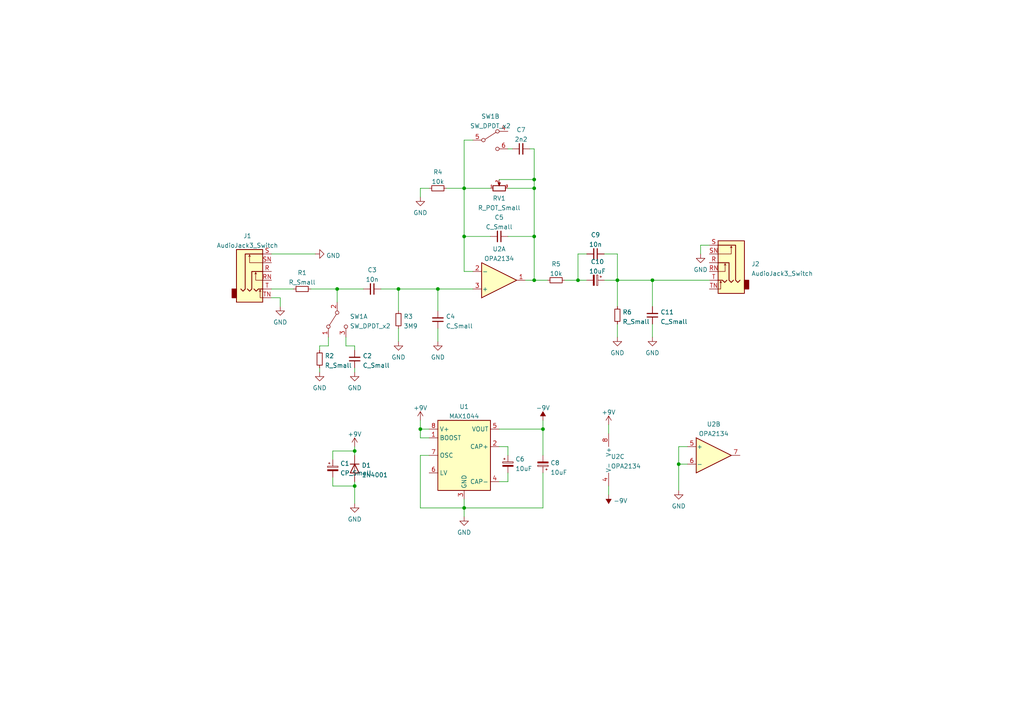
<source format=kicad_sch>
(kicad_sch (version 20211123) (generator eeschema)
  (paper "A4")
  (lib_symbols
    (symbol "Amplifier_Operational:OPA2134" (pin_names (offset 0.127))
      (property "Reference" "U" (at 0 5.08 0))
      (property "Value" "OPA2134" (at 0 -5.08 0))
      (symbol "OPA2134_1_1"
        (polyline (pts (xy -5.08 5.08) (xy 5.08 0) (xy -5.08 -5.08) (xy -5.08 5.08)) (stroke (width 0.254)) (fill (type background)))
        (pin output line (at 7.62 0 180) (length 2.54) (name "~") (number "1"))
        (pin input line (at -7.62 -2.54 0) (length 2.54) (name "-") (number "2"))
        (pin input line (at -7.62 2.54 0) (length 2.54) (name "+") (number "3"))
      )
      (symbol "OPA2134_2_1"
        (polyline (pts (xy -5.08 5.08) (xy 5.08 0) (xy -5.08 -5.08) (xy -5.08 5.08)) (stroke (width 0.254)) (fill (type background)))
        (pin input line (at -7.62 2.54 0) (length 2.54) (name "+") (number "5"))
        (pin input line (at -7.62 -2.54 0) (length 2.54) (name "-") (number "6"))
        (pin output line (at 7.62 0 180) (length 2.54) (name "~") (number "7"))
      )
      (symbol "OPA2134_3_1"
        (pin power_in line (at -2.54 -7.62 90) (length 3.81) (name "V-") (number "4"))
        (pin power_in line (at -2.54 7.62 270) (length 3.81) (name "V+") (number "8"))
      )
    )
    (symbol "Connector:AudioJack3_Switch"
      (property "Reference" "J" (at 0 11.43 0))
      (property "Value" "AudioJack3_Switch" (at 0 8.89 0))
      (symbol "AudioJack3_Switch_0_1"
        (rectangle (start -5.08 -5.08) (end -6.35 -7.62) (stroke (width 0.254)) (fill (type outline)))
        (polyline (pts (xy -1.27 4.826) (xy -1.016 4.318)))
        (polyline (pts (xy 0.508 -0.254) (xy 0.762 -0.762)))
        (polyline (pts (xy 1.778 -5.334) (xy 2.032 -5.842)))
        (polyline (pts (xy 0 -5.08) (xy 0.635 -5.715) (xy 1.27 -5.08) (xy 2.54 -5.08)) (stroke (width 0.254)))
        (polyline (pts (xy 2.54 -7.62) (xy 1.778 -7.62) (xy 1.778 -5.334) (xy 1.524 -5.842)))
        (polyline (pts (xy 2.54 -2.54) (xy 0.508 -2.54) (xy 0.508 -0.254) (xy 0.254 -0.762)))
        (polyline (pts (xy 2.54 2.54) (xy -1.27 2.54) (xy -1.27 4.826) (xy -1.524 4.318)))
        (polyline (pts (xy -1.905 -5.08) (xy -1.27 -5.715) (xy -0.635 -5.08) (xy -0.635 0) (xy 2.54 0)) (stroke (width 0.254)))
        (polyline (pts (xy 2.54 5.08) (xy -2.54 5.08) (xy -2.54 -5.08) (xy -3.175 -5.715) (xy -3.81 -5.08)) (stroke (width 0.254)))
        (rectangle (start 2.54 6.35) (end -5.08 -8.89) (stroke (width 0.254)) (fill (type background)))
      )
      (symbol "AudioJack3_Switch_1_1"
        (pin passive line (at 5.08 0 180) (length 2.54) (name "~") (number "R"))
        (pin passive line (at 5.08 -2.54 180) (length 2.54) (name "~") (number "RN"))
        (pin passive line (at 5.08 5.08 180) (length 2.54) (name "~") (number "S"))
        (pin passive line (at 5.08 2.54 180) (length 2.54) (name "~") (number "SN"))
        (pin passive line (at 5.08 -5.08 180) (length 2.54) (name "~") (number "T"))
        (pin passive line (at 5.08 -7.62 180) (length 2.54) (name "~") (number "TN"))
      )
    )
    (symbol "Device:CP_Small" (pin_numbers hide) (pin_names (offset 0.254) hide)
      (property "Reference" "C" (at 0.254 1.778 0))
      (property "Value" "CP_Small" (at 0.254 -2.032 0))
      (symbol "CP_Small_0_1"
        (rectangle (start -1.524 -0.3048) (end 1.524 -0.6858) (fill (type outline)))
        (rectangle (start -1.524 0.6858) (end 1.524 0.3048))
        (polyline (pts (xy -1.27 1.524) (xy -0.762 1.524)))
        (polyline (pts (xy -1.016 1.27) (xy -1.016 1.778)))
      )
      (symbol "CP_Small_1_1"
        (pin passive line (at 0 2.54 270) (length 1.8542) (name "~") (number "1"))
        (pin passive line (at 0 -2.54 90) (length 1.8542) (name "~") (number "2"))
      )
    )
    (symbol "Device:C_Small" (pin_numbers hide) (pin_names (offset 0.254) hide)
      (property "Reference" "C" (at 0.254 1.778 0))
      (property "Value" "C_Small" (at 0.254 -2.032 0))
      (symbol "C_Small_0_1"
        (polyline (pts (xy -1.524 -0.508) (xy 1.524 -0.508)) (stroke (width 0.3302)))
        (polyline (pts (xy -1.524 0.508) (xy 1.524 0.508)) (stroke (width 0.3048)))
      )
      (symbol "C_Small_1_1"
        (pin passive line (at 0 2.54 270) (length 2.032) (name "~") (number "1"))
        (pin passive line (at 0 -2.54 90) (length 2.032) (name "~") (number "2"))
      )
    )
    (symbol "Device:R_POT_Small" (pin_names (offset 1.016) hide)
      (property "Reference" "RV" (at -4.445 0 90))
      (property "Value" "R_POT_Small" (at -2.54 0 90))
      (symbol "R_POT_Small_0_1"
        (polyline (pts (xy 0.889 0) (xy 0.635 0) (xy 1.651 0.381) (xy 1.651 -0.381) (xy 0.635 0) (xy 0.889 0)) (fill (type outline)))
        (rectangle (start 0.762 1.8034) (end -0.762 -1.8034) (stroke (width 0.254)))
      )
      (symbol "R_POT_Small_1_1"
        (pin passive line (at 0 2.54 270) (length 0.635) (name "1") (number "1"))
        (pin passive line (at 2.54 0 180) (length 0.9906) (name "2") (number "2"))
        (pin passive line (at 0 -2.54 90) (length 0.635) (name "3") (number "3"))
      )
    )
    (symbol "Device:R_Small" (pin_numbers hide) (pin_names (offset 0.254) hide)
      (property "Reference" "R" (at 0.762 0.508 0))
      (property "Value" "R_Small" (at 0.762 -1.016 0))
      (symbol "R_Small_0_1"
        (rectangle (start -0.762 1.778) (end 0.762 -1.778) (stroke (width 0.2032)))
      )
      (symbol "R_Small_1_1"
        (pin passive line (at 0 2.54 270) (length 0.762) (name "~") (number "1"))
        (pin passive line (at 0 -2.54 90) (length 0.762) (name "~") (number "2"))
      )
    )
    (symbol "Diode:1N4001" (pin_numbers hide) (pin_names (offset 1.016) hide)
      (property "Reference" "D" (at 0 2.54 0))
      (property "Value" "1N4001" (at 0 -2.54 0))
      (symbol "1N4001_0_1"
        (polyline (pts (xy -1.27 1.27) (xy -1.27 -1.27)) (stroke (width 0.254)))
        (polyline (pts (xy 1.27 0) (xy -1.27 0)))
        (polyline (pts (xy 1.27 1.27) (xy 1.27 -1.27) (xy -1.27 0) (xy 1.27 1.27)) (stroke (width 0.254)))
      )
      (symbol "1N4001_1_1"
        (pin passive line (at -3.81 0 0) (length 2.54) (name "K") (number "1"))
        (pin passive line (at 3.81 0 180) (length 2.54) (name "A") (number "2"))
      )
    )
    (symbol "Regulator_SwitchedCapacitor:MAX1044"
      (property "Reference" "U1" (at 0 14.1265 0))
      (property "Value" "MAX1044" (at 0 11.3514 0))
      (symbol "MAX1044_0_1"
        (rectangle (start -7.62 10.16) (end 7.62 -10.16) (stroke (width 0.254)) (fill (type background)))
      )
      (symbol "MAX1044_1_1"
        (pin input line (at -10.16 5.08 0) (length 2.54) (name "BOOST") (number "1"))
        (pin input line (at 10.16 2.54 180) (length 2.54) (name "CAP+") (number "2"))
        (pin power_in line (at 0 -12.7 90) (length 2.54) (name "GND") (number "3"))
        (pin input line (at 10.16 -7.62 180) (length 2.54) (name "CAP-") (number "4"))
        (pin power_out line (at 10.16 7.62 180) (length 2.54) (name "VOUT") (number "5"))
        (pin input line (at -10.16 -5.08 0) (length 2.54) (name "LV") (number "6"))
        (pin input line (at -10.16 0 0) (length 2.54) (name "OSC") (number "7"))
        (pin power_in line (at -10.16 7.62 0) (length 2.54) (name "V+") (number "8"))
      )
    )
    (symbol "Switch:SW_DPDT_x2" (pin_names (offset 0) hide)
      (property "Reference" "SW" (at 0 4.318 0))
      (property "Value" "SW_DPDT_x2" (at 0 -5.08 0))
      (symbol "SW_DPDT_x2_0_0"
        (circle (center -2.032 0) (radius 0.508))
        (circle (center 2.032 -2.54) (radius 0.508))
      )
      (symbol "SW_DPDT_x2_0_1"
        (polyline (pts (xy -1.524 0.254) (xy 1.651 2.286)))
        (circle (center 2.032 2.54) (radius 0.508))
      )
      (symbol "SW_DPDT_x2_1_1"
        (pin passive line (at 5.08 2.54 180) (length 2.54) (name "A") (number "1"))
        (pin passive line (at -5.08 0 0) (length 2.54) (name "B") (number "2"))
        (pin passive line (at 5.08 -2.54 180) (length 2.54) (name "C") (number "3"))
      )
      (symbol "SW_DPDT_x2_2_1"
        (pin passive line (at 5.08 2.54 180) (length 2.54) (name "A") (number "4"))
        (pin passive line (at -5.08 0 0) (length 2.54) (name "B") (number "5"))
        (pin passive line (at 5.08 -2.54 180) (length 2.54) (name "C") (number "6"))
      )
    )
    (symbol "power:+9V" (power) (pin_names (offset 0))
      (property "Value" "+9V" (at 0 3.556 0))
      (symbol "+9V_0_1"
        (polyline (pts (xy -0.762 1.27) (xy 0 2.54)))
        (polyline (pts (xy 0 0) (xy 0 2.54)))
        (polyline (pts (xy 0 2.54) (xy 0.762 1.27)))
      )
      (symbol "+9V_1_1"
        (pin power_in line (at 0 0 90) (length 0) hide (name "+9V") (number "1"))
      )
    )
    (symbol "power:-9V" (power) (pin_names (offset 0))
      (property "Value" "-9V" (at 0 3.81 0))
      (symbol "-9V_0_1"
        (polyline (pts (xy 0 0) (xy 0 2.54)))
        (polyline (pts (xy 0.762 1.27) (xy -0.762 1.27) (xy 0 2.54) (xy 0.762 1.27)) (fill (type outline)))
      )
      (symbol "-9V_1_1"
        (pin power_in line (at 0 0 90) (length 0) hide (name "-9V") (number "1"))
      )
    )
    (symbol "power:GND" (power) (pin_names (offset 0))
      (property "Value" "GND" (at 0 -3.81 0))
      (symbol "GND_0_1"
        (polyline (pts (xy 0 0) (xy 0 -1.27) (xy 1.27 -1.27) (xy 0 -2.54) (xy -1.27 -1.27) (xy 0 -1.27)))
      )
      (symbol "GND_1_1"
        (pin power_in line (at 0 0 270) (length 0) hide (name "GND") (number "1"))
      )
    )
  )
  (junction (at 102.87 130.81))
  (junction (at 167.64 81.28))
  (junction (at 154.94 52.07))
  (junction (at 157.48 124.46))
  (junction (at 121.92 124.46))
  (junction (at 189.23 81.28))
  (junction (at 154.94 68.58))
  (junction (at 154.94 54.61))
  (junction (at 134.62 68.58))
  (junction (at 127 83.82))
  (junction (at 179.07 81.28))
  (junction (at 102.87 140.97))
  (junction (at 196.85 134.62))
  (junction (at 115.57 83.82))
  (junction (at 134.62 54.61))
  (junction (at 154.94 81.28))
  (junction (at 97.79 83.82))
  (junction (at 134.62 147.32))
  (wire (pts (xy 142.24 54.61) (xy 134.62 54.61)))
  (wire (pts (xy 154.94 54.61) (xy 147.32 54.61)))
  (wire (pts (xy 176.53 123.19) (xy 176.53 125.73)))
  (wire (pts (xy 100.33 100.33) (xy 102.87 100.33)))
  (wire (pts (xy 134.62 147.32) (xy 134.62 149.86)))
  (wire (pts (xy 81.28 86.36) (xy 81.28 88.9)))
  (wire (pts (xy 121.92 132.08) (xy 121.92 147.32)))
  (wire (pts (xy 127 83.82) (xy 137.16 83.82)))
  (wire (pts (xy 189.23 88.9) (xy 189.23 81.28)))
  (wire (pts (xy 115.57 83.82) (xy 127 83.82)))
  (wire (pts (xy 78.74 86.36) (xy 81.28 86.36)))
  (wire (pts (xy 78.74 83.82) (xy 85.09 83.82)))
  (wire (pts (xy 157.48 124.46) (xy 157.48 132.08)))
  (wire (pts (xy 167.64 81.28) (xy 170.18 81.28)))
  (wire (pts (xy 97.79 83.82) (xy 105.41 83.82)))
  (wire (pts (xy 96.52 133.35) (xy 96.52 130.81)))
  (wire (pts (xy 152.4 81.28) (xy 154.94 81.28)))
  (wire (pts (xy 154.94 52.07) (xy 154.94 54.61)))
  (wire (pts (xy 78.74 73.66) (xy 91.44 73.66)))
  (wire (pts (xy 121.92 127) (xy 124.46 127)))
  (wire (pts (xy 176.53 140.97) (xy 176.53 143.51)))
  (wire (pts (xy 147.32 129.54) (xy 147.32 132.08)))
  (wire (pts (xy 92.71 101.6) (xy 92.71 100.33)))
  (wire (pts (xy 154.94 81.28) (xy 158.75 81.28)))
  (wire (pts (xy 102.87 100.33) (xy 102.87 101.6)))
  (wire (pts (xy 147.32 68.58) (xy 154.94 68.58)))
  (wire (pts (xy 121.92 57.15) (xy 121.92 54.61)))
  (wire (pts (xy 127 95.25) (xy 127 99.06)))
  (wire (pts (xy 196.85 134.62) (xy 199.39 134.62)))
  (wire (pts (xy 205.74 71.12) (xy 203.2 71.12)))
  (wire (pts (xy 137.16 40.64) (xy 134.62 40.64)))
  (wire (pts (xy 189.23 81.28) (xy 205.74 81.28)))
  (wire (pts (xy 124.46 132.08) (xy 121.92 132.08)))
  (wire (pts (xy 95.25 100.33) (xy 95.25 97.79)))
  (wire (pts (xy 179.07 81.28) (xy 179.07 88.9)))
  (wire (pts (xy 134.62 54.61) (xy 134.62 68.58)))
  (wire (pts (xy 121.92 124.46) (xy 124.46 124.46)))
  (wire (pts (xy 154.94 68.58) (xy 154.94 54.61)))
  (wire (pts (xy 179.07 81.28) (xy 175.26 81.28)))
  (wire (pts (xy 96.52 140.97) (xy 102.87 140.97)))
  (wire (pts (xy 147.32 139.7) (xy 144.78 139.7)))
  (wire (pts (xy 134.62 68.58) (xy 134.62 78.74)))
  (wire (pts (xy 154.94 81.28) (xy 154.94 68.58)))
  (wire (pts (xy 179.07 93.98) (xy 179.07 97.79)))
  (wire (pts (xy 203.2 71.12) (xy 203.2 73.66)))
  (wire (pts (xy 96.52 138.43) (xy 96.52 140.97)))
  (wire (pts (xy 100.33 97.79) (xy 100.33 100.33)))
  (wire (pts (xy 96.52 130.81) (xy 102.87 130.81)))
  (wire (pts (xy 144.78 129.54) (xy 147.32 129.54)))
  (wire (pts (xy 129.54 54.61) (xy 134.62 54.61)))
  (wire (pts (xy 102.87 146.05) (xy 102.87 140.97)))
  (wire (pts (xy 102.87 139.7) (xy 102.87 140.97)))
  (wire (pts (xy 147.32 43.18) (xy 148.59 43.18)))
  (wire (pts (xy 157.48 121.92) (xy 157.48 124.46)))
  (wire (pts (xy 199.39 129.54) (xy 196.85 129.54)))
  (wire (pts (xy 97.79 83.82) (xy 97.79 87.63)))
  (wire (pts (xy 170.18 73.66) (xy 167.64 73.66)))
  (wire (pts (xy 134.62 147.32) (xy 134.62 144.78)))
  (wire (pts (xy 92.71 106.68) (xy 92.71 107.95)))
  (wire (pts (xy 189.23 93.98) (xy 189.23 97.79)))
  (wire (pts (xy 134.62 40.64) (xy 134.62 54.61)))
  (wire (pts (xy 102.87 130.81) (xy 102.87 132.08)))
  (wire (pts (xy 147.32 137.16) (xy 147.32 139.7)))
  (wire (pts (xy 179.07 73.66) (xy 179.07 81.28)))
  (wire (pts (xy 167.64 73.66) (xy 167.64 81.28)))
  (wire (pts (xy 102.87 106.68) (xy 102.87 107.95)))
  (wire (pts (xy 189.23 81.28) (xy 179.07 81.28)))
  (wire (pts (xy 163.83 81.28) (xy 167.64 81.28)))
  (wire (pts (xy 134.62 68.58) (xy 142.24 68.58)))
  (wire (pts (xy 121.92 121.92) (xy 121.92 124.46)))
  (wire (pts (xy 144.78 124.46) (xy 157.48 124.46)))
  (wire (pts (xy 175.26 73.66) (xy 179.07 73.66)))
  (wire (pts (xy 153.67 43.18) (xy 154.94 43.18)))
  (wire (pts (xy 102.87 129.54) (xy 102.87 130.81)))
  (wire (pts (xy 127 83.82) (xy 127 90.17)))
  (wire (pts (xy 134.62 78.74) (xy 137.16 78.74)))
  (wire (pts (xy 92.71 100.33) (xy 95.25 100.33)))
  (wire (pts (xy 115.57 90.17) (xy 115.57 83.82)))
  (wire (pts (xy 154.94 43.18) (xy 154.94 52.07)))
  (wire (pts (xy 157.48 147.32) (xy 134.62 147.32)))
  (wire (pts (xy 157.48 137.16) (xy 157.48 147.32)))
  (wire (pts (xy 90.17 83.82) (xy 97.79 83.82)))
  (wire (pts (xy 121.92 124.46) (xy 121.92 127)))
  (wire (pts (xy 144.78 52.07) (xy 154.94 52.07)))
  (wire (pts (xy 196.85 134.62) (xy 196.85 142.24)))
  (wire (pts (xy 115.57 95.25) (xy 115.57 99.06)))
  (wire (pts (xy 121.92 54.61) (xy 124.46 54.61)))
  (wire (pts (xy 121.92 147.32) (xy 134.62 147.32)))
  (wire (pts (xy 196.85 129.54) (xy 196.85 134.62)))
  (wire (pts (xy 110.49 83.82) (xy 115.57 83.82)))
  (symbol (lib_id "Amplifier_Operational:OPA2134") (at 207.01 132.08 0) (unit 2)
    (property "Reference" "U2" (at 207.01 123.0335 0))
    (property "Value" "OPA2134" (at 207.01 125.8086 0))
    (property "Footprint" "Package_DIP:DIP-8_W7.62mm_Socket_LongPads" (effects hide))
    (property "Datasheet" "http://www.ti.com/lit/ds/symlink/opa134.pdf" (effects hide))
  )
  (symbol (lib_id "power:+9V") (at 176.53 123.19 0) (unit 1)
    (property "Reference" "#PWR013" (effects hide))
    (property "Value" "+9V" (at 176.53 119.5855 0))
  )
  (symbol (lib_id "power:GND") (at 102.87 107.95 0) (unit 1)
    (property "Reference" "#PWR04" (effects hide))
    (property "Value" "GND" (at 102.87 112.5125 0))
  )
  (symbol (lib_id "Device:C_Small") (at 151.13 43.18 90) (unit 1)
    (property "Reference" "C7" (at 151.1363 37.6514 90))
    (property "Value" "2n2" (at 151.1363 40.4265 90))
    (property "Footprint" "Capacitor_THT:C_Disc_D4.7mm_W2.5mm_P5.00mm" (effects hide))
  )
  (symbol (lib_id "power:GND") (at 92.71 107.95 0) (unit 1)
    (property "Reference" "#PWR03" (effects hide))
    (property "Value" "GND" (at 92.71 112.5125 0))
  )
  (symbol (lib_id "power:GND") (at 134.62 149.86 0) (unit 1)
    (property "Reference" "#PWR011" (effects hide))
    (property "Value" "GND" (at 134.62 154.4225 0))
  )
  (symbol (lib_id "Device:R_POT_Small") (at 144.78 54.61 90) (unit 1)
    (property "Reference" "RV1" (at 144.78 57.5215 90))
    (property "Value" "R_POT_Small" (at 144.78 60.2966 90))
    (property "Footprint" "Potentiometer_THT:Potentiometer_Alpha_RD901F-40-00D_Single_Vertical" (effects hide))
  )
  (symbol (lib_id "power:GND") (at 91.44 73.66 90) (unit 1)
    (property "Reference" "#PWR02" (effects hide))
    (property "Value" "GND" (at 94.615 74.139 90) (effects (justify right)))
  )
  (symbol (lib_id "Device:R_Small") (at 92.71 104.14 0) (unit 1)
    (property "Reference" "R2" (at 94.2086 103.2315 0) (effects (justify left)))
    (property "Value" "R_Small" (at 94.2086 106.0066 0) (effects (justify left)))
    (property "Footprint" "PartsStash:R_Axial_DIN0207_L6.3mm_D2.5mm_P7.62mm_Horizontal" (effects hide))
  )
  (symbol (lib_id "power:GND") (at 189.23 97.79 0) (unit 1)
    (property "Reference" "#PWR016" (effects hide))
    (property "Value" "GND" (at 189.23 102.3525 0))
  )
  (symbol (lib_id "Device:C_Small") (at 172.72 73.66 270) (unit 1)
    (property "Reference" "C9" (at 172.7136 68.1314 90))
    (property "Value" "10n" (at 172.7136 70.9065 90))
    (property "Footprint" "Capacitor_THT:C_Disc_D4.7mm_W2.5mm_P5.00mm" (effects hide))
  )
  (symbol (lib_id "Device:C_Small") (at 107.95 83.82 270) (unit 1)
    (property "Reference" "C3" (at 107.9436 78.2914 90))
    (property "Value" "10n" (at 107.9436 81.0665 90))
    (property "Footprint" "Capacitor_THT:C_Disc_D4.7mm_W2.5mm_P5.00mm" (effects hide))
  )
  (symbol (lib_id "Switch:SW_DPDT_x2") (at 97.79 92.71 90) (mirror x) (unit 1)
    (property "Reference" "SW1" (at 101.473 91.8015 90) (effects (justify right)))
    (property "Value" "SW_DPDT_x2" (at 101.473 94.5766 90) (effects (justify right)))
    (property "Footprint" "Button_Switch_THT:SW_E-Switch_EG1271_DPDT" (effects hide))
  )
  (symbol (lib_id "power:GND") (at 102.87 146.05 0) (unit 1)
    (property "Reference" "#PWR06" (effects hide))
    (property "Value" "GND" (at 102.87 150.6125 0))
  )
  (symbol (lib_id "Amplifier_Operational:OPA2134") (at 179.07 133.35 0) (unit 3)
    (property "Reference" "U2" (at 177.165 132.4415 0) (effects (justify left)))
    (property "Value" "OPA2134" (at 177.165 135.2166 0) (effects (justify left)))
    (property "Footprint" "Package_DIP:DIP-8_W7.62mm_Socket_LongPads" (effects hide))
    (property "Datasheet" "http://www.ti.com/lit/ds/symlink/opa134.pdf" (effects hide))
  )
  (symbol (lib_id "Regulator_SwitchedCapacitor:MAX1044") (at 134.62 132.08 0) (unit 1)
    (property "Reference" "U1" (at 134.62 117.9535 0))
    (property "Value" "MAX1044" (at 134.62 120.7286 0))
    (property "Footprint" "Package_DIP:DIP-8_W7.62mm_Socket_LongPads" (effects hide))
    (property "Datasheet" "http://datasheets.maximintegrated.com/en/ds/ICL7660-MAX1044.pdf" (effects hide))
  )
  (symbol (lib_id "Connector:AudioJack3_Switch") (at 210.82 76.2 0) (mirror y) (unit 1)
    (property "Reference" "J2" (at 217.932 76.5615 0) (effects (justify right)))
    (property "Value" "AudioJack3_Switch" (at 217.932 79.3366 0) (effects (justify right)))
    (property "Footprint" "PartsStash:Jack_6.35mm_Rean_NYS215_Horizontal" (effects hide))
  )
  (symbol (lib_id "Switch:SW_DPDT_x2") (at 142.24 40.64 0) (unit 2)
    (property "Reference" "SW1" (at 142.24 33.7525 0))
    (property "Value" "SW_DPDT_x2" (at 142.24 36.5276 0))
    (property "Footprint" "Button_Switch_THT:SW_E-Switch_EG1271_DPDT" (effects hide))
  )
  (symbol (lib_id "Device:C_Small") (at 189.23 91.44 180) (unit 1)
    (property "Reference" "C11" (at 191.5541 90.5251 0) (effects (justify right)))
    (property "Value" "C_Small" (at 191.5541 93.3002 0) (effects (justify right)))
    (property "Footprint" "Capacitor_THT:C_Disc_D4.7mm_W2.5mm_P5.00mm" (effects hide))
  )
  (symbol (lib_id "Device:CP_Small") (at 157.48 134.62 180) (unit 1)
    (property "Reference" "C8" (at 159.639 134.2576 0) (effects (justify right)))
    (property "Value" "10uF" (at 159.639 137.0327 0) (effects (justify right)))
    (property "Footprint" "Capacitor_THT:CP_Radial_D5.0mm_P2.50mm" (effects hide))
  )
  (symbol (lib_id "Connector:AudioJack3_Switch") (at 73.66 78.74 0) (unit 1)
    (property "Reference" "J1" (at 71.755 68.4235 0))
    (property "Value" "AudioJack3_Switch" (at 71.755 71.1986 0))
    (property "Footprint" "PartsStash:Jack_6.35mm_Rean_NYS215_Horizontal" (effects hide))
  )
  (symbol (lib_id "Device:R_Small") (at 127 54.61 90) (unit 1)
    (property "Reference" "R4" (at 127 49.9069 90))
    (property "Value" "10k" (at 127 52.682 90))
    (property "Footprint" "PartsStash:R_Axial_DIN0207_L6.3mm_D2.5mm_P7.62mm_Horizontal" (effects hide))
  )
  (symbol (lib_id "power:GND") (at 203.2 73.66 0) (unit 1)
    (property "Reference" "#PWR018" (effects hide))
    (property "Value" "GND" (at 203.2 78.2225 0))
  )
  (symbol (lib_id "power:GND") (at 196.85 142.24 0) (unit 1)
    (property "Reference" "#PWR017" (effects hide))
    (property "Value" "GND" (at 196.85 146.8025 0))
  )
  (symbol (lib_id "power:-9V") (at 157.48 121.92 0) (unit 1)
    (property "Reference" "#PWR012" (effects hide))
    (property "Value" "-9V" (at 157.48 118.3155 0))
  )
  (symbol (lib_id "Diode:1N4001") (at 102.87 135.89 270) (unit 1)
    (property "Reference" "D1" (at 104.902 134.9815 90) (effects (justify left)))
    (property "Value" "1N4001" (at 104.902 137.7566 90) (effects (justify left)))
    (property "Footprint" "Diode_THT:D_DO-41_SOD81_P10.16mm_Horizontal" (effects hide))
    (property "Datasheet" "http://www.vishay.com/docs/88503/1n4001.pdf" (effects hide))
  )
  (symbol (lib_id "power:+9V") (at 121.92 121.92 0) (unit 1)
    (property "Reference" "#PWR09" (effects hide))
    (property "Value" "+9V" (at 121.92 118.3155 0))
  )
  (symbol (lib_id "Device:CP_Small") (at 172.72 81.28 270) (unit 1)
    (property "Reference" "C10" (at 173.2661 75.9165 90))
    (property "Value" "10uF" (at 173.2661 78.6916 90))
    (property "Footprint" "Capacitor_THT:CP_Radial_D5.0mm_P2.50mm" (effects hide))
  )
  (symbol (lib_id "Device:R_Small") (at 161.29 81.28 90) (unit 1)
    (property "Reference" "R5" (at 161.29 76.5769 90))
    (property "Value" "10k" (at 161.29 79.352 90))
    (property "Footprint" "PartsStash:R_Axial_DIN0207_L6.3mm_D2.5mm_P7.62mm_Horizontal" (effects hide))
  )
  (symbol (lib_id "Device:CP_Small") (at 96.52 135.89 0) (unit 1)
    (property "Reference" "C1" (at 98.679 134.4354 0) (effects (justify left)))
    (property "Value" "CP_Small" (at 98.679 137.2105 0) (effects (justify left)))
    (property "Footprint" "Capacitor_THT:CP_Radial_D5.0mm_P2.50mm" (effects hide))
  )
  (symbol (lib_id "Amplifier_Operational:OPA2134") (at 144.78 81.28 0) (mirror x) (unit 1)
    (property "Reference" "U2" (at 144.78 72.2335 0))
    (property "Value" "OPA2134" (at 144.78 75.0086 0))
    (property "Footprint" "Package_DIP:DIP-8_W7.62mm_Socket_LongPads" (effects hide))
    (property "Datasheet" "http://www.ti.com/lit/ds/symlink/opa134.pdf" (effects hide))
  )
  (symbol (lib_id "power:GND") (at 81.28 88.9 0) (unit 1)
    (property "Reference" "#PWR01" (effects hide))
    (property "Value" "GND" (at 81.28 93.4625 0))
  )
  (symbol (lib_id "Device:R_Small") (at 87.63 83.82 270) (unit 1)
    (property "Reference" "R1" (at 87.63 79.1169 90))
    (property "Value" "R_Small" (at 87.63 81.892 90))
    (property "Footprint" "PartsStash:R_Axial_DIN0207_L6.3mm_D2.5mm_P7.62mm_Horizontal" (effects hide))
  )
  (symbol (lib_id "Device:R_Small") (at 115.57 92.71 0) (unit 1)
    (property "Reference" "R3" (at 117.0686 91.8015 0) (effects (justify left)))
    (property "Value" "3M9" (at 117.0686 94.5766 0) (effects (justify left)))
    (property "Footprint" "PartsStash:R_Axial_DIN0207_L6.3mm_D2.5mm_P7.62mm_Horizontal" (effects hide))
  )
  (symbol (lib_id "Device:CP_Small") (at 147.32 134.62 0) (unit 1)
    (property "Reference" "C6" (at 149.479 133.1654 0) (effects (justify left)))
    (property "Value" "10uF" (at 149.479 135.9405 0) (effects (justify left)))
    (property "Footprint" "Capacitor_THT:CP_Radial_D5.0mm_P2.50mm" (effects hide))
  )
  (symbol (lib_id "Device:C_Small") (at 144.78 68.58 270) (unit 1)
    (property "Reference" "C5" (at 144.7736 63.0514 90))
    (property "Value" "C_Small" (at 144.7736 65.8265 90))
    (property "Footprint" "Capacitor_THT:C_Disc_D4.7mm_W2.5mm_P5.00mm" (effects hide))
  )
  (symbol (lib_id "power:GND") (at 121.92 57.15 0) (unit 1)
    (property "Reference" "#PWR08" (effects hide))
    (property "Value" "GND" (at 121.92 61.7125 0))
  )
  (symbol (lib_id "power:-9V") (at 176.53 143.51 180) (unit 1)
    (property "Reference" "#PWR014" (effects hide))
    (property "Value" "-9V" (at 177.927 145.259 0) (effects (justify right)))
  )
  (symbol (lib_id "Device:C_Small") (at 102.87 104.14 180) (unit 1)
    (property "Reference" "C2" (at 105.1941 103.2251 0) (effects (justify right)))
    (property "Value" "C_Small" (at 105.1941 106.0002 0) (effects (justify right)))
    (property "Footprint" "Capacitor_THT:C_Disc_D4.7mm_W2.5mm_P5.00mm" (effects hide))
  )
  (symbol (lib_id "power:+9V") (at 102.87 129.54 0) (unit 1)
    (property "Reference" "#PWR05" (effects hide))
    (property "Value" "+9V" (at 102.87 125.9355 0))
  )
  (symbol (lib_id "Device:C_Small") (at 127 92.71 180) (unit 1)
    (property "Reference" "C4" (at 129.3241 91.7951 0) (effects (justify right)))
    (property "Value" "C_Small" (at 129.3241 94.5702 0) (effects (justify right)))
    (property "Footprint" "Capacitor_THT:C_Disc_D4.7mm_W2.5mm_P5.00mm" (effects hide))
  )
  (symbol (lib_id "Device:R_Small") (at 179.07 91.44 0) (unit 1)
    (property "Reference" "R6" (at 180.5686 90.5315 0) (effects (justify left)))
    (property "Value" "R_Small" (at 180.5686 93.3066 0) (effects (justify left)))
    (property "Footprint" "PartsStash:R_Axial_DIN0207_L6.3mm_D2.5mm_P7.62mm_Horizontal" (effects hide))
  )
  (symbol (lib_id "power:GND") (at 115.57 99.06 0) (unit 1)
    (property "Reference" "#PWR07" (effects hide))
    (property "Value" "GND" (at 115.57 103.6225 0))
  )
  (symbol (lib_id "power:GND") (at 127 99.06 0) (unit 1)
    (property "Reference" "#PWR010" (effects hide))
    (property "Value" "GND" (at 127 103.6225 0))
  )
  (symbol (lib_id "power:GND") (at 179.07 97.79 0) (unit 1)
    (property "Reference" "#PWR015" (effects hide))
    (property "Value" "GND" (at 179.07 102.3525 0))
  )
)
</source>
